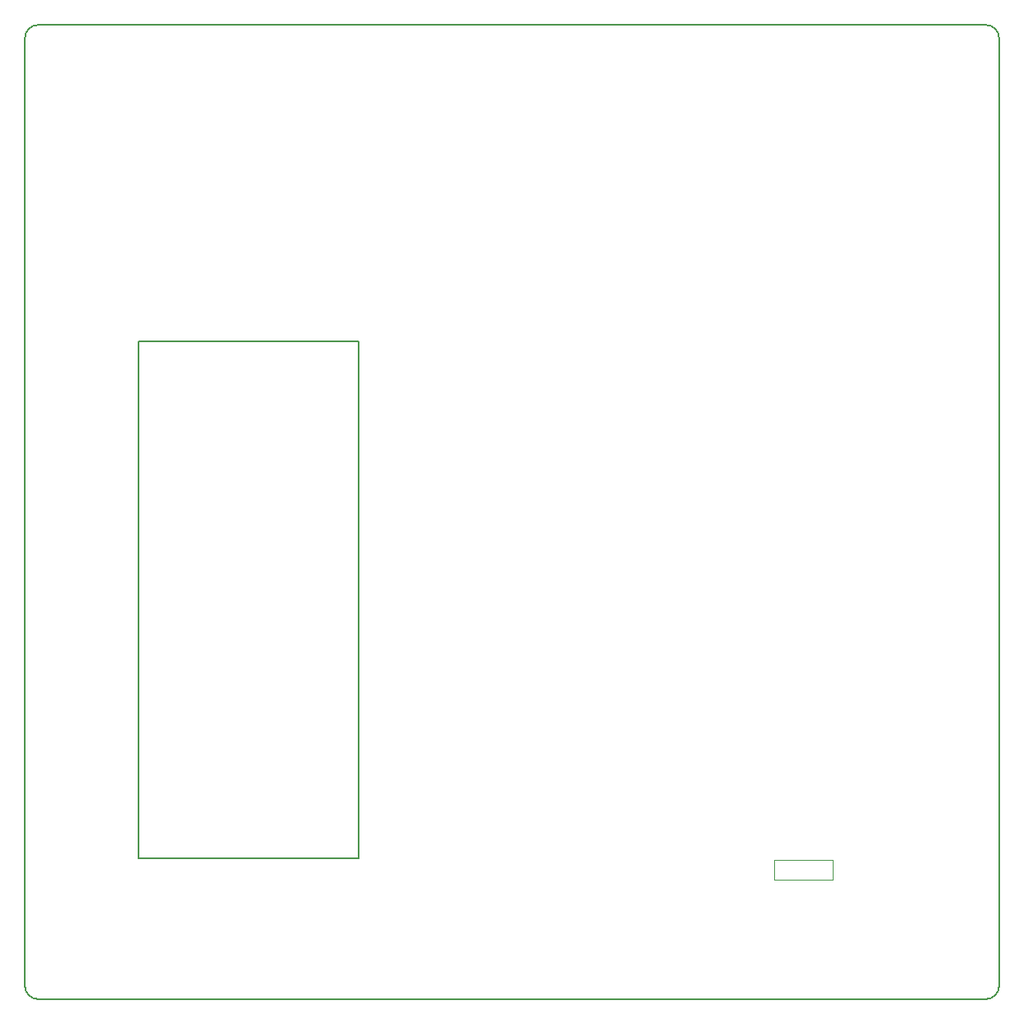
<source format=gm1>
G04 #@! TF.GenerationSoftware,KiCad,Pcbnew,(5.1.8)-1*
G04 #@! TF.CreationDate,2022-02-18T22:38:14+01:00*
G04 #@! TF.ProjectId,BulkyMIDI-32 Module,42756c6b-794d-4494-9449-2d3332204d6f,rev?*
G04 #@! TF.SameCoordinates,Original*
G04 #@! TF.FileFunction,Profile,NP*
%FSLAX46Y46*%
G04 Gerber Fmt 4.6, Leading zero omitted, Abs format (unit mm)*
G04 Created by KiCad (PCBNEW (5.1.8)-1) date 2022-02-18 22:38:14*
%MOMM*%
%LPD*%
G01*
G04 APERTURE LIST*
G04 #@! TA.AperFunction,Profile*
%ADD10C,0.050000*%
G04 #@! TD*
G04 #@! TA.AperFunction,Profile*
%ADD11C,0.150000*%
G04 #@! TD*
G04 APERTURE END LIST*
D10*
X147114000Y-140362000D02*
X153114000Y-140362000D01*
X147114000Y-142366000D02*
X147114000Y-140362000D01*
X153114000Y-142366000D02*
X147114000Y-142366000D01*
X153114000Y-140362000D02*
X153114000Y-142366000D01*
D11*
X104394000Y-140208000D02*
X104394000Y-87122000D01*
X104394000Y-87122000D02*
X81788000Y-87122000D01*
X170180000Y-78740000D02*
X170180000Y-55880000D01*
X70180000Y-55880000D02*
X70180000Y-72390000D01*
X81788000Y-140208000D02*
X81788000Y-87122000D01*
X70180000Y-139954000D02*
X70180000Y-153340000D01*
X104394000Y-140208000D02*
X81788000Y-140208000D01*
X70180000Y-139954000D02*
X70180000Y-72390000D01*
X168910000Y-54610000D02*
X71450000Y-54610000D01*
X71450000Y-54610000D02*
G75*
G03*
X70180000Y-55880000I0J-1270000D01*
G01*
X170180000Y-55880000D02*
G75*
G03*
X168910000Y-54610000I-1270000J0D01*
G01*
X170180000Y-153340000D02*
X170180000Y-78740000D01*
X168910000Y-154610000D02*
G75*
G03*
X170180000Y-153340000I0J1270000D01*
G01*
X71450000Y-154610000D02*
X168910000Y-154610000D01*
X70180000Y-153340000D02*
G75*
G03*
X71450000Y-154610000I1270000J0D01*
G01*
M02*

</source>
